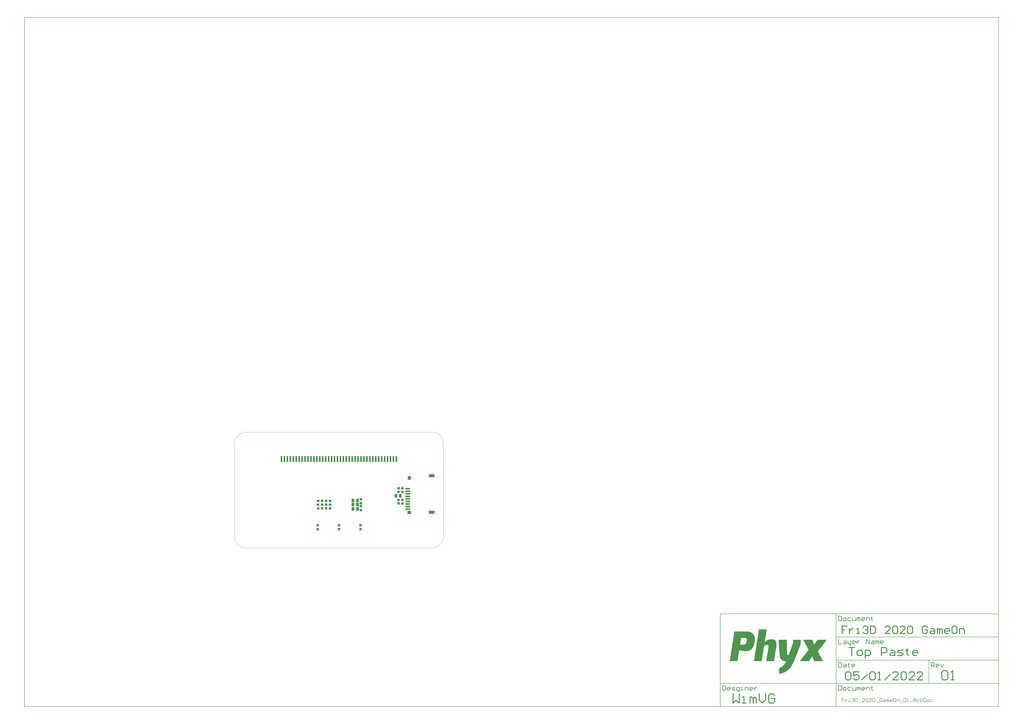
<source format=gtp>
G04*
G04 #@! TF.GenerationSoftware,Altium Limited,Altium Designer,22.0.2 (36)*
G04*
G04 Layer_Color=8421504*
%FSLAX25Y25*%
%MOIN*%
G70*
G04*
G04 #@! TF.SameCoordinates,97D47E50-BCFC-400F-BBD2-71598373C37A*
G04*
G04*
G04 #@! TF.FilePolarity,Positive*
G04*
G01*
G75*
%ADD12C,0.00787*%
%ADD14C,0.01575*%
%ADD15C,0.00394*%
%ADD16C,0.00984*%
%ADD17R,0.04331X0.03937*%
%ADD18R,0.03937X0.04331*%
%ADD19R,0.03150X0.09843*%
%ADD20R,0.07874X0.02756*%
%ADD21R,0.05512X0.06299*%
%ADD22R,0.06299X0.05512*%
%ADD23R,0.09449X0.05512*%
%ADD24R,0.04724X0.05906*%
%ADD25R,0.05118X0.05906*%
G36*
X872201Y-141778D02*
X873919D01*
Y-142065D01*
X874778D01*
Y-142351D01*
X875637D01*
Y-142637D01*
X876496D01*
Y-142924D01*
X877069D01*
Y-143210D01*
X877355D01*
Y-143496D01*
X877928D01*
Y-143783D01*
X878214D01*
Y-144069D01*
X878786D01*
Y-144355D01*
X879073D01*
Y-144641D01*
X879359D01*
Y-144928D01*
X879646D01*
Y-145214D01*
X879932D01*
Y-145501D01*
X880218D01*
Y-145787D01*
X880504D01*
Y-146073D01*
Y-146359D01*
X880791D01*
Y-146646D01*
X881077D01*
Y-146932D01*
Y-147218D01*
X881363D01*
Y-147505D01*
X881650D01*
Y-147791D01*
Y-148077D01*
X881936D01*
Y-148364D01*
Y-148650D01*
Y-148936D01*
X882222D01*
Y-149223D01*
Y-149509D01*
Y-149795D01*
X882509D01*
Y-150082D01*
Y-150368D01*
Y-150654D01*
Y-150940D01*
X882795D01*
Y-151227D01*
Y-151513D01*
Y-151799D01*
Y-152086D01*
Y-152372D01*
X883081D01*
Y-152658D01*
Y-152945D01*
Y-153231D01*
Y-153517D01*
Y-153804D01*
Y-154090D01*
Y-154376D01*
Y-154663D01*
Y-154949D01*
Y-155235D01*
Y-155521D01*
Y-155808D01*
Y-156094D01*
Y-156380D01*
Y-156667D01*
Y-156953D01*
Y-157239D01*
Y-157526D01*
Y-157812D01*
Y-158098D01*
X882795D01*
Y-158385D01*
Y-158671D01*
Y-158957D01*
Y-159244D01*
Y-159530D01*
Y-159816D01*
Y-160102D01*
X882509D01*
Y-160389D01*
Y-160675D01*
Y-160961D01*
Y-161248D01*
Y-161534D01*
X882222D01*
Y-161820D01*
Y-162107D01*
Y-162393D01*
Y-162679D01*
Y-162966D01*
X881936D01*
Y-163252D01*
Y-163538D01*
Y-163824D01*
X881650D01*
Y-164111D01*
Y-164397D01*
Y-164683D01*
Y-164970D01*
X881363D01*
Y-165256D01*
Y-165542D01*
Y-165829D01*
X881077D01*
Y-166115D01*
Y-166401D01*
X880791D01*
Y-166688D01*
Y-166974D01*
Y-167260D01*
X880504D01*
Y-167547D01*
Y-167833D01*
X880218D01*
Y-168119D01*
Y-168405D01*
X879932D01*
Y-168692D01*
Y-168978D01*
X879646D01*
Y-169264D01*
X879359D01*
Y-169551D01*
Y-169837D01*
X879073D01*
Y-170123D01*
X878786D01*
Y-170410D01*
X878500D01*
Y-170696D01*
Y-170982D01*
X878214D01*
Y-171269D01*
X877928D01*
Y-171555D01*
X877641D01*
Y-171841D01*
X877355D01*
Y-172127D01*
X877069D01*
Y-172414D01*
X876496D01*
Y-172700D01*
X876210D01*
Y-172986D01*
X875637D01*
Y-173273D01*
X875351D01*
Y-173559D01*
X874778D01*
Y-173845D01*
X873919D01*
Y-174132D01*
X873060D01*
Y-174418D01*
X872201D01*
Y-174704D01*
X870483D01*
Y-174991D01*
X865330D01*
Y-174704D01*
X862753D01*
Y-174418D01*
X860749D01*
Y-174132D01*
X859317D01*
Y-173845D01*
X857886D01*
Y-173559D01*
X856454D01*
Y-173845D01*
Y-174132D01*
Y-174418D01*
Y-174704D01*
Y-174991D01*
Y-175277D01*
Y-175563D01*
X856168D01*
Y-175850D01*
Y-176136D01*
Y-176422D01*
Y-176709D01*
Y-176995D01*
Y-177281D01*
X855882D01*
Y-177568D01*
Y-177854D01*
Y-178140D01*
Y-178426D01*
Y-178713D01*
Y-178999D01*
X855595D01*
Y-179285D01*
Y-179572D01*
Y-179858D01*
Y-180144D01*
Y-180431D01*
Y-180717D01*
Y-181003D01*
X855309D01*
Y-181290D01*
Y-181576D01*
Y-181862D01*
Y-182149D01*
Y-182435D01*
Y-182721D01*
X855023D01*
Y-183007D01*
Y-183294D01*
Y-183580D01*
Y-183866D01*
Y-184153D01*
Y-184439D01*
X854736D01*
Y-184725D01*
Y-185012D01*
Y-185298D01*
Y-185584D01*
Y-185871D01*
Y-186157D01*
Y-186443D01*
X854450D01*
Y-186730D01*
Y-187016D01*
Y-187302D01*
Y-187588D01*
Y-187875D01*
Y-188161D01*
X854164D01*
Y-188447D01*
Y-188734D01*
Y-189020D01*
Y-189306D01*
Y-189593D01*
Y-189879D01*
X853877D01*
Y-190165D01*
Y-190452D01*
Y-190738D01*
Y-191024D01*
Y-191311D01*
Y-191597D01*
Y-191883D01*
X840421D01*
Y-191597D01*
X840707D01*
Y-191311D01*
Y-191024D01*
Y-190738D01*
Y-190452D01*
Y-190165D01*
X840993D01*
Y-189879D01*
Y-189593D01*
Y-189306D01*
Y-189020D01*
Y-188734D01*
Y-188447D01*
Y-188161D01*
X841280D01*
Y-187875D01*
Y-187588D01*
Y-187302D01*
Y-187016D01*
Y-186730D01*
Y-186443D01*
X841566D01*
Y-186157D01*
Y-185871D01*
Y-185584D01*
Y-185298D01*
Y-185012D01*
Y-184725D01*
X841852D01*
Y-184439D01*
Y-184153D01*
Y-183866D01*
Y-183580D01*
Y-183294D01*
Y-183007D01*
Y-182721D01*
X842138D01*
Y-182435D01*
Y-182149D01*
Y-181862D01*
Y-181576D01*
Y-181290D01*
Y-181003D01*
X842425D01*
Y-180717D01*
Y-180431D01*
Y-180144D01*
Y-179858D01*
Y-179572D01*
Y-179285D01*
X842711D01*
Y-178999D01*
Y-178713D01*
Y-178426D01*
Y-178140D01*
Y-177854D01*
Y-177568D01*
X842997D01*
Y-177281D01*
Y-176995D01*
Y-176709D01*
Y-176422D01*
Y-176136D01*
Y-175850D01*
Y-175563D01*
X843284D01*
Y-175277D01*
Y-174991D01*
Y-174704D01*
Y-174418D01*
Y-174132D01*
Y-173845D01*
X843570D01*
Y-173559D01*
Y-173273D01*
Y-172986D01*
Y-172700D01*
Y-172414D01*
Y-172127D01*
X843856D01*
Y-171841D01*
Y-171555D01*
Y-171269D01*
Y-170982D01*
Y-170696D01*
Y-170410D01*
X844143D01*
Y-170123D01*
Y-169837D01*
Y-169551D01*
Y-169264D01*
Y-168978D01*
Y-168692D01*
Y-168405D01*
X844429D01*
Y-168119D01*
Y-167833D01*
Y-167547D01*
Y-167260D01*
Y-166974D01*
Y-166688D01*
X844715D01*
Y-166401D01*
Y-166115D01*
Y-165829D01*
Y-165542D01*
Y-165256D01*
Y-164970D01*
X845002D01*
Y-164683D01*
Y-164397D01*
Y-164111D01*
Y-163824D01*
Y-163538D01*
Y-163252D01*
Y-162966D01*
X845288D01*
Y-162679D01*
Y-162393D01*
Y-162107D01*
Y-161820D01*
Y-161534D01*
Y-161248D01*
X845574D01*
Y-160961D01*
Y-160675D01*
Y-160389D01*
Y-160102D01*
Y-159816D01*
Y-159530D01*
X845861D01*
Y-159244D01*
Y-158957D01*
Y-158671D01*
Y-158385D01*
Y-158098D01*
Y-157812D01*
X846147D01*
Y-157526D01*
Y-157239D01*
Y-156953D01*
Y-156667D01*
Y-156380D01*
Y-156094D01*
Y-155808D01*
X846433D01*
Y-155521D01*
Y-155235D01*
Y-154949D01*
Y-154663D01*
Y-154376D01*
Y-154090D01*
X846719D01*
Y-153804D01*
Y-153517D01*
Y-153231D01*
Y-152945D01*
Y-152658D01*
Y-152372D01*
X847006D01*
Y-152086D01*
Y-151799D01*
Y-151513D01*
Y-151227D01*
Y-150940D01*
Y-150654D01*
Y-150368D01*
X847292D01*
Y-150082D01*
Y-149795D01*
Y-149509D01*
Y-149223D01*
Y-148936D01*
Y-148650D01*
X847578D01*
Y-148364D01*
Y-148077D01*
Y-147791D01*
Y-147505D01*
Y-147218D01*
Y-146932D01*
X847865D01*
Y-146646D01*
Y-146359D01*
Y-146073D01*
Y-145787D01*
Y-145501D01*
Y-145214D01*
Y-144928D01*
X848151D01*
Y-144641D01*
Y-144355D01*
Y-144069D01*
Y-143783D01*
Y-143496D01*
Y-143210D01*
X848437D01*
Y-142924D01*
Y-142637D01*
Y-142351D01*
Y-142065D01*
Y-141778D01*
Y-141492D01*
X872201D01*
Y-141778D01*
D02*
G37*
G36*
X903409Y-138343D02*
Y-138629D01*
X903123D01*
Y-138915D01*
Y-139202D01*
Y-139488D01*
Y-139774D01*
Y-140060D01*
Y-140347D01*
X902837D01*
Y-140633D01*
Y-140919D01*
Y-141206D01*
Y-141492D01*
Y-141778D01*
Y-142065D01*
X902551D01*
Y-142351D01*
Y-142637D01*
Y-142924D01*
Y-143210D01*
Y-143496D01*
Y-143783D01*
Y-144069D01*
X902264D01*
Y-144355D01*
Y-144641D01*
Y-144928D01*
Y-145214D01*
Y-145501D01*
Y-145787D01*
X901978D01*
Y-146073D01*
Y-146359D01*
Y-146646D01*
Y-146932D01*
Y-147218D01*
Y-147505D01*
X901692D01*
Y-147791D01*
Y-148077D01*
Y-148364D01*
Y-148650D01*
Y-148936D01*
Y-149223D01*
Y-149509D01*
X901405D01*
Y-149795D01*
Y-150082D01*
Y-150368D01*
Y-150654D01*
Y-150940D01*
Y-151227D01*
X901119D01*
Y-151513D01*
Y-151799D01*
Y-152086D01*
Y-152372D01*
Y-152658D01*
Y-152945D01*
X900833D01*
Y-153231D01*
Y-153517D01*
Y-153804D01*
Y-154090D01*
Y-154376D01*
Y-154663D01*
X900546D01*
Y-154949D01*
Y-155235D01*
Y-155521D01*
Y-155808D01*
Y-156094D01*
Y-156380D01*
Y-156667D01*
X900260D01*
Y-156953D01*
Y-157239D01*
Y-157526D01*
Y-157812D01*
Y-158098D01*
Y-158385D01*
X899974D01*
Y-158671D01*
Y-158957D01*
X900546D01*
Y-158671D01*
X900833D01*
Y-158385D01*
X901119D01*
Y-158098D01*
X901692D01*
Y-157812D01*
X901978D01*
Y-157526D01*
X902264D01*
Y-157239D01*
X902837D01*
Y-156953D01*
X903409D01*
Y-156667D01*
X903696D01*
Y-156380D01*
X904268D01*
Y-156094D01*
X905127D01*
Y-155808D01*
X905700D01*
Y-155521D01*
X906559D01*
Y-155235D01*
X907990D01*
Y-154949D01*
X914289D01*
Y-155235D01*
X915435D01*
Y-155521D01*
X916294D01*
Y-155808D01*
X916866D01*
Y-156094D01*
X917153D01*
Y-156380D01*
X917725D01*
Y-156667D01*
X918011D01*
Y-156953D01*
X918298D01*
Y-157239D01*
X918584D01*
Y-157526D01*
X918870D01*
Y-157812D01*
Y-158098D01*
X919157D01*
Y-158385D01*
Y-158671D01*
X919443D01*
Y-158957D01*
Y-159244D01*
Y-159530D01*
X919729D01*
Y-159816D01*
Y-160102D01*
Y-160389D01*
Y-160675D01*
X920016D01*
Y-160961D01*
Y-161248D01*
Y-161534D01*
Y-161820D01*
Y-162107D01*
Y-162393D01*
Y-162679D01*
Y-162966D01*
Y-163252D01*
Y-163538D01*
Y-163824D01*
Y-164111D01*
Y-164397D01*
Y-164683D01*
Y-164970D01*
Y-165256D01*
Y-165542D01*
Y-165829D01*
X919729D01*
Y-166115D01*
Y-166401D01*
Y-166688D01*
Y-166974D01*
Y-167260D01*
Y-167547D01*
Y-167833D01*
X919443D01*
Y-168119D01*
Y-168405D01*
Y-168692D01*
Y-168978D01*
Y-169264D01*
Y-169551D01*
Y-169837D01*
X919157D01*
Y-170123D01*
Y-170410D01*
Y-170696D01*
Y-170982D01*
Y-171269D01*
Y-171555D01*
X918870D01*
Y-171841D01*
Y-172127D01*
Y-172414D01*
Y-172700D01*
Y-172986D01*
Y-173273D01*
X918584D01*
Y-173559D01*
Y-173845D01*
Y-174132D01*
Y-174418D01*
Y-174704D01*
Y-174991D01*
X918298D01*
Y-175277D01*
Y-175563D01*
Y-175850D01*
Y-176136D01*
Y-176422D01*
Y-176709D01*
Y-176995D01*
X918011D01*
Y-177281D01*
Y-177568D01*
Y-177854D01*
Y-178140D01*
Y-178426D01*
Y-178713D01*
X917725D01*
Y-178999D01*
Y-179285D01*
Y-179572D01*
Y-179858D01*
Y-180144D01*
Y-180431D01*
X917439D01*
Y-180717D01*
Y-181003D01*
Y-181290D01*
Y-181576D01*
Y-181862D01*
Y-182149D01*
Y-182435D01*
X917153D01*
Y-182721D01*
Y-183007D01*
Y-183294D01*
Y-183580D01*
Y-183866D01*
Y-184153D01*
X916866D01*
Y-184439D01*
Y-184725D01*
Y-185012D01*
Y-185298D01*
Y-185584D01*
Y-185871D01*
X916580D01*
Y-186157D01*
Y-186443D01*
Y-186730D01*
Y-187016D01*
Y-187302D01*
Y-187588D01*
X916294D01*
Y-187875D01*
Y-188161D01*
Y-188447D01*
Y-188734D01*
Y-189020D01*
Y-189306D01*
Y-189593D01*
X916007D01*
Y-189879D01*
Y-190165D01*
Y-190452D01*
Y-190738D01*
Y-191024D01*
Y-191311D01*
X915721D01*
Y-191597D01*
Y-191883D01*
X902551D01*
Y-191597D01*
Y-191311D01*
X902837D01*
Y-191024D01*
Y-190738D01*
Y-190452D01*
Y-190165D01*
Y-189879D01*
Y-189593D01*
X903123D01*
Y-189306D01*
Y-189020D01*
Y-188734D01*
Y-188447D01*
Y-188161D01*
Y-187875D01*
Y-187588D01*
X903409D01*
Y-187302D01*
Y-187016D01*
Y-186730D01*
Y-186443D01*
Y-186157D01*
Y-185871D01*
X903696D01*
Y-185584D01*
Y-185298D01*
Y-185012D01*
Y-184725D01*
Y-184439D01*
Y-184153D01*
X903982D01*
Y-183866D01*
Y-183580D01*
Y-183294D01*
Y-183007D01*
Y-182721D01*
Y-182435D01*
Y-182149D01*
X904268D01*
Y-181862D01*
Y-181576D01*
Y-181290D01*
Y-181003D01*
Y-180717D01*
Y-180431D01*
X904555D01*
Y-180144D01*
Y-179858D01*
Y-179572D01*
Y-179285D01*
Y-178999D01*
Y-178713D01*
Y-178426D01*
X904841D01*
Y-178140D01*
Y-177854D01*
Y-177568D01*
Y-177281D01*
Y-176995D01*
Y-176709D01*
X905127D01*
Y-176422D01*
Y-176136D01*
Y-175850D01*
Y-175563D01*
Y-175277D01*
Y-174991D01*
X905414D01*
Y-174704D01*
Y-174418D01*
Y-174132D01*
Y-173845D01*
Y-173559D01*
Y-173273D01*
X905700D01*
Y-172986D01*
Y-172700D01*
Y-172414D01*
Y-172127D01*
Y-171841D01*
Y-171555D01*
Y-171269D01*
X905986D01*
Y-170982D01*
Y-170696D01*
Y-170410D01*
Y-170123D01*
Y-169837D01*
Y-169551D01*
X906273D01*
Y-169264D01*
Y-168978D01*
Y-168692D01*
Y-168405D01*
Y-168119D01*
Y-167833D01*
Y-167547D01*
X906559D01*
Y-167260D01*
Y-166974D01*
Y-166688D01*
Y-166401D01*
Y-166115D01*
Y-165829D01*
X906273D01*
Y-165542D01*
Y-165256D01*
X905986D01*
Y-164970D01*
X905700D01*
Y-164683D01*
X905127D01*
Y-164397D01*
X903409D01*
Y-164683D01*
X901978D01*
Y-164970D01*
X901119D01*
Y-165256D01*
X900546D01*
Y-165542D01*
X900260D01*
Y-165829D01*
X899687D01*
Y-166115D01*
X899401D01*
Y-166401D01*
X899115D01*
Y-166688D01*
Y-166974D01*
X898828D01*
Y-167260D01*
Y-167547D01*
Y-167833D01*
X898542D01*
Y-168119D01*
Y-168405D01*
Y-168692D01*
Y-168978D01*
Y-169264D01*
Y-169551D01*
X898256D01*
Y-169837D01*
Y-170123D01*
Y-170410D01*
Y-170696D01*
Y-170982D01*
Y-171269D01*
Y-171555D01*
X897970D01*
Y-171841D01*
Y-172127D01*
Y-172414D01*
Y-172700D01*
Y-172986D01*
Y-173273D01*
X897683D01*
Y-173559D01*
Y-173845D01*
Y-174132D01*
Y-174418D01*
Y-174704D01*
Y-174991D01*
X897397D01*
Y-175277D01*
Y-175563D01*
Y-175850D01*
Y-176136D01*
Y-176422D01*
Y-176709D01*
X897111D01*
Y-176995D01*
Y-177281D01*
Y-177568D01*
Y-177854D01*
Y-178140D01*
Y-178426D01*
Y-178713D01*
X896824D01*
Y-178999D01*
Y-179285D01*
Y-179572D01*
Y-179858D01*
Y-180144D01*
Y-180431D01*
X896538D01*
Y-180717D01*
Y-181003D01*
Y-181290D01*
Y-181576D01*
Y-181862D01*
Y-182149D01*
X896252D01*
Y-182435D01*
Y-182721D01*
Y-183007D01*
Y-183294D01*
Y-183580D01*
Y-183866D01*
Y-184153D01*
X895965D01*
Y-184439D01*
Y-184725D01*
Y-185012D01*
Y-185298D01*
Y-185584D01*
Y-185871D01*
X895679D01*
Y-186157D01*
Y-186443D01*
Y-186730D01*
Y-187016D01*
Y-187302D01*
Y-187588D01*
X895393D01*
Y-187875D01*
Y-188161D01*
Y-188447D01*
Y-188734D01*
Y-189020D01*
Y-189306D01*
X895106D01*
Y-189593D01*
Y-189879D01*
Y-190165D01*
Y-190452D01*
Y-190738D01*
Y-191024D01*
Y-191311D01*
X894820D01*
Y-191597D01*
Y-191883D01*
X881650D01*
Y-191597D01*
Y-191311D01*
X881936D01*
Y-191024D01*
Y-190738D01*
Y-190452D01*
Y-190165D01*
Y-189879D01*
Y-189593D01*
Y-189306D01*
X882222D01*
Y-189020D01*
Y-188734D01*
Y-188447D01*
Y-188161D01*
Y-187875D01*
Y-187588D01*
X882509D01*
Y-187302D01*
Y-187016D01*
Y-186730D01*
Y-186443D01*
Y-186157D01*
Y-185871D01*
X882795D01*
Y-185584D01*
Y-185298D01*
Y-185012D01*
Y-184725D01*
Y-184439D01*
Y-184153D01*
Y-183866D01*
X883081D01*
Y-183580D01*
Y-183294D01*
Y-183007D01*
Y-182721D01*
Y-182435D01*
Y-182149D01*
X883368D01*
Y-181862D01*
Y-181576D01*
Y-181290D01*
Y-181003D01*
Y-180717D01*
Y-180431D01*
X883654D01*
Y-180144D01*
Y-179858D01*
Y-179572D01*
Y-179285D01*
Y-178999D01*
Y-178713D01*
X883940D01*
Y-178426D01*
Y-178140D01*
Y-177854D01*
Y-177568D01*
Y-177281D01*
Y-176995D01*
Y-176709D01*
X884227D01*
Y-176422D01*
Y-176136D01*
Y-175850D01*
Y-175563D01*
Y-175277D01*
Y-174991D01*
X884513D01*
Y-174704D01*
Y-174418D01*
Y-174132D01*
Y-173845D01*
Y-173559D01*
Y-173273D01*
X884799D01*
Y-172986D01*
Y-172700D01*
Y-172414D01*
Y-172127D01*
Y-171841D01*
Y-171555D01*
Y-171269D01*
X885085D01*
Y-170982D01*
Y-170696D01*
Y-170410D01*
Y-170123D01*
Y-169837D01*
Y-169551D01*
X885372D01*
Y-169264D01*
Y-168978D01*
Y-168692D01*
Y-168405D01*
Y-168119D01*
Y-167833D01*
X885658D01*
Y-167547D01*
Y-167260D01*
Y-166974D01*
Y-166688D01*
Y-166401D01*
Y-166115D01*
X885944D01*
Y-165829D01*
Y-165542D01*
Y-165256D01*
Y-164970D01*
Y-164683D01*
Y-164397D01*
Y-164111D01*
X886231D01*
Y-163824D01*
Y-163538D01*
Y-163252D01*
Y-162966D01*
Y-162679D01*
Y-162393D01*
X886517D01*
Y-162107D01*
Y-161820D01*
Y-161534D01*
Y-161248D01*
Y-160961D01*
Y-160675D01*
X886803D01*
Y-160389D01*
Y-160102D01*
Y-159816D01*
Y-159530D01*
Y-159244D01*
Y-158957D01*
X887090D01*
Y-158671D01*
Y-158385D01*
Y-158098D01*
Y-157812D01*
Y-157526D01*
Y-157239D01*
Y-156953D01*
X887376D01*
Y-156667D01*
Y-156380D01*
Y-156094D01*
Y-155808D01*
Y-155521D01*
Y-155235D01*
X887662D01*
Y-154949D01*
Y-154663D01*
Y-154376D01*
Y-154090D01*
Y-153804D01*
Y-153517D01*
X887949D01*
Y-153231D01*
Y-152945D01*
Y-152658D01*
Y-152372D01*
Y-152086D01*
Y-151799D01*
Y-151513D01*
X888235D01*
Y-151227D01*
Y-150940D01*
Y-150654D01*
Y-150368D01*
Y-150082D01*
Y-149795D01*
X888521D01*
Y-149509D01*
Y-149223D01*
Y-148936D01*
Y-148650D01*
Y-148364D01*
Y-148077D01*
X888807D01*
Y-147791D01*
Y-147505D01*
Y-147218D01*
Y-146932D01*
Y-146646D01*
Y-146359D01*
X889094D01*
Y-146073D01*
Y-145787D01*
Y-145501D01*
Y-145214D01*
Y-144928D01*
Y-144641D01*
Y-144355D01*
X889380D01*
Y-144069D01*
Y-143783D01*
Y-143496D01*
Y-143210D01*
Y-142924D01*
Y-142637D01*
X889666D01*
Y-142351D01*
Y-142065D01*
Y-141778D01*
Y-141492D01*
Y-141206D01*
Y-140919D01*
X889953D01*
Y-140633D01*
Y-140347D01*
Y-140060D01*
Y-139774D01*
Y-139488D01*
Y-139202D01*
Y-138915D01*
X890239D01*
Y-138629D01*
Y-138343D01*
Y-138056D01*
X903409D01*
Y-138343D01*
D02*
G37*
G36*
X1005337Y-155808D02*
X1005050D01*
Y-156094D01*
X1004764D01*
Y-156380D01*
Y-156667D01*
X1004478D01*
Y-156953D01*
X1004192D01*
Y-157239D01*
X1003905D01*
Y-157526D01*
Y-157812D01*
X1003619D01*
Y-158098D01*
X1003333D01*
Y-158385D01*
X1003046D01*
Y-158671D01*
X1002760D01*
Y-158957D01*
Y-159244D01*
X1002474D01*
Y-159530D01*
X1002187D01*
Y-159816D01*
X1001901D01*
Y-160102D01*
Y-160389D01*
X1001615D01*
Y-160675D01*
X1001328D01*
Y-160961D01*
X1001042D01*
Y-161248D01*
X1000756D01*
Y-161534D01*
Y-161820D01*
X1000469D01*
Y-162107D01*
X1000183D01*
Y-162393D01*
X999897D01*
Y-162679D01*
Y-162966D01*
X999611D01*
Y-163252D01*
X999324D01*
Y-163538D01*
X999038D01*
Y-163824D01*
Y-164111D01*
X998752D01*
Y-164397D01*
X998465D01*
Y-164683D01*
X998179D01*
Y-164970D01*
X997893D01*
Y-165256D01*
Y-165542D01*
X997606D01*
Y-165829D01*
X997320D01*
Y-166115D01*
X997034D01*
Y-166401D01*
Y-166688D01*
X996747D01*
Y-166974D01*
X996461D01*
Y-167260D01*
X996175D01*
Y-167547D01*
Y-167833D01*
X995889D01*
Y-168119D01*
X995602D01*
Y-168405D01*
X995316D01*
Y-168692D01*
X995030D01*
Y-168978D01*
Y-169264D01*
X994743D01*
Y-169551D01*
X994457D01*
Y-169837D01*
X994171D01*
Y-170123D01*
Y-170410D01*
X993884D01*
Y-170696D01*
X993598D01*
Y-170982D01*
X993312D01*
Y-171269D01*
Y-171555D01*
X993025D01*
Y-171841D01*
X992739D01*
Y-172127D01*
X992453D01*
Y-172414D01*
X992166D01*
Y-172700D01*
Y-172986D01*
X991880D01*
Y-173273D01*
X991594D01*
Y-173559D01*
X991308D01*
Y-173845D01*
Y-174132D01*
X991021D01*
Y-174418D01*
X990735D01*
Y-174704D01*
X990449D01*
Y-174991D01*
X990162D01*
Y-175277D01*
Y-175563D01*
X990449D01*
Y-175850D01*
Y-176136D01*
X990735D01*
Y-176422D01*
Y-176709D01*
X991021D01*
Y-176995D01*
X991308D01*
Y-177281D01*
Y-177568D01*
X991594D01*
Y-177854D01*
Y-178140D01*
X991880D01*
Y-178426D01*
Y-178713D01*
X992166D01*
Y-178999D01*
Y-179285D01*
X992453D01*
Y-179572D01*
Y-179858D01*
X992739D01*
Y-180144D01*
Y-180431D01*
X993025D01*
Y-180717D01*
Y-181003D01*
X993312D01*
Y-181290D01*
Y-181576D01*
X993598D01*
Y-181862D01*
X993884D01*
Y-182149D01*
Y-182435D01*
X994171D01*
Y-182721D01*
Y-183007D01*
X994457D01*
Y-183294D01*
Y-183580D01*
X994743D01*
Y-183866D01*
Y-184153D01*
X995030D01*
Y-184439D01*
Y-184725D01*
X995316D01*
Y-185012D01*
Y-185298D01*
X995602D01*
Y-185584D01*
Y-185871D01*
X995889D01*
Y-186157D01*
X996175D01*
Y-186443D01*
Y-186730D01*
X996461D01*
Y-187016D01*
Y-187302D01*
X996747D01*
Y-187588D01*
Y-187875D01*
X997034D01*
Y-188161D01*
Y-188447D01*
X997320D01*
Y-188734D01*
Y-189020D01*
X997606D01*
Y-189306D01*
Y-189593D01*
X997893D01*
Y-189879D01*
Y-190165D01*
X998179D01*
Y-190452D01*
X998465D01*
Y-190738D01*
Y-191024D01*
X998752D01*
Y-191311D01*
Y-191597D01*
X999038D01*
Y-191883D01*
X983863D01*
Y-191597D01*
X983577D01*
Y-191311D01*
Y-191024D01*
Y-190738D01*
X983291D01*
Y-190452D01*
Y-190165D01*
Y-189879D01*
X983004D01*
Y-189593D01*
Y-189306D01*
X982718D01*
Y-189020D01*
Y-188734D01*
Y-188447D01*
X982432D01*
Y-188161D01*
Y-187875D01*
Y-187588D01*
X982146D01*
Y-187302D01*
Y-187016D01*
X981859D01*
Y-186730D01*
Y-186443D01*
Y-186157D01*
X981573D01*
Y-185871D01*
Y-185584D01*
Y-185298D01*
X981287D01*
Y-185012D01*
Y-184725D01*
Y-184439D01*
X981000D01*
Y-184153D01*
X980428D01*
Y-184439D01*
Y-184725D01*
X980141D01*
Y-185012D01*
X979855D01*
Y-185298D01*
Y-185584D01*
X979569D01*
Y-185871D01*
X979282D01*
Y-186157D01*
Y-186443D01*
X978996D01*
Y-186730D01*
X978710D01*
Y-187016D01*
Y-187302D01*
X978423D01*
Y-187588D01*
X978137D01*
Y-187875D01*
X977851D01*
Y-188161D01*
Y-188447D01*
X977565D01*
Y-188734D01*
X977278D01*
Y-189020D01*
Y-189306D01*
X976992D01*
Y-189593D01*
X976705D01*
Y-189879D01*
Y-190165D01*
X976419D01*
Y-190452D01*
X976133D01*
Y-190738D01*
Y-191024D01*
X975847D01*
Y-191311D01*
X975560D01*
Y-191597D01*
Y-191883D01*
X959527D01*
Y-191597D01*
X959813D01*
Y-191311D01*
X960099D01*
Y-191024D01*
X960386D01*
Y-190738D01*
X960672D01*
Y-190452D01*
Y-190165D01*
X960958D01*
Y-189879D01*
X961245D01*
Y-189593D01*
X961531D01*
Y-189306D01*
X961817D01*
Y-189020D01*
Y-188734D01*
X962104D01*
Y-188447D01*
X962390D01*
Y-188161D01*
X962676D01*
Y-187875D01*
Y-187588D01*
X962963D01*
Y-187302D01*
X963249D01*
Y-187016D01*
X963535D01*
Y-186730D01*
X963822D01*
Y-186443D01*
Y-186157D01*
X964108D01*
Y-185871D01*
X964394D01*
Y-185584D01*
X964680D01*
Y-185298D01*
X964967D01*
Y-185012D01*
Y-184725D01*
X965253D01*
Y-184439D01*
X965539D01*
Y-184153D01*
X965826D01*
Y-183866D01*
Y-183580D01*
X966112D01*
Y-183294D01*
X966398D01*
Y-183007D01*
X966685D01*
Y-182721D01*
X966971D01*
Y-182435D01*
Y-182149D01*
X967257D01*
Y-181862D01*
X967544D01*
Y-181576D01*
X967830D01*
Y-181290D01*
Y-181003D01*
X968116D01*
Y-180717D01*
X968402D01*
Y-180431D01*
X968689D01*
Y-180144D01*
X968975D01*
Y-179858D01*
Y-179572D01*
X969261D01*
Y-179285D01*
X969548D01*
Y-178999D01*
X969834D01*
Y-178713D01*
Y-178426D01*
X970120D01*
Y-178140D01*
X970407D01*
Y-177854D01*
X970693D01*
Y-177568D01*
X970979D01*
Y-177281D01*
Y-176995D01*
X971266D01*
Y-176709D01*
X971552D01*
Y-176422D01*
X971838D01*
Y-176136D01*
X972124D01*
Y-175850D01*
Y-175563D01*
X972411D01*
Y-175277D01*
X972697D01*
Y-174991D01*
X972983D01*
Y-174704D01*
Y-174418D01*
X973270D01*
Y-174132D01*
X973556D01*
Y-173845D01*
X973842D01*
Y-173559D01*
X974129D01*
Y-173273D01*
Y-172986D01*
X974415D01*
Y-172700D01*
Y-172414D01*
Y-172127D01*
X974129D01*
Y-171841D01*
X973842D01*
Y-171555D01*
Y-171269D01*
X973556D01*
Y-170982D01*
Y-170696D01*
X973270D01*
Y-170410D01*
Y-170123D01*
X972983D01*
Y-169837D01*
Y-169551D01*
X972697D01*
Y-169264D01*
Y-168978D01*
X972411D01*
Y-168692D01*
Y-168405D01*
X972124D01*
Y-168119D01*
X971838D01*
Y-167833D01*
Y-167547D01*
X971552D01*
Y-167260D01*
Y-166974D01*
X971266D01*
Y-166688D01*
Y-166401D01*
X970979D01*
Y-166115D01*
Y-165829D01*
X970693D01*
Y-165542D01*
Y-165256D01*
X970407D01*
Y-164970D01*
Y-164683D01*
X970120D01*
Y-164397D01*
X969834D01*
Y-164111D01*
Y-163824D01*
X969548D01*
Y-163538D01*
Y-163252D01*
X969261D01*
Y-162966D01*
Y-162679D01*
X968975D01*
Y-162393D01*
Y-162107D01*
X968689D01*
Y-161820D01*
Y-161534D01*
X968402D01*
Y-161248D01*
Y-160961D01*
X968116D01*
Y-160675D01*
Y-160389D01*
X967830D01*
Y-160102D01*
X967544D01*
Y-159816D01*
Y-159530D01*
X967257D01*
Y-159244D01*
Y-158957D01*
X966971D01*
Y-158671D01*
Y-158385D01*
X966685D01*
Y-158098D01*
Y-157812D01*
X966398D01*
Y-157526D01*
Y-157239D01*
X966112D01*
Y-156953D01*
Y-156667D01*
X965826D01*
Y-156380D01*
X965539D01*
Y-156094D01*
Y-155808D01*
X965253D01*
Y-155521D01*
X981000D01*
Y-155808D01*
X981287D01*
Y-156094D01*
Y-156380D01*
Y-156667D01*
X981573D01*
Y-156953D01*
Y-157239D01*
Y-157526D01*
X981859D01*
Y-157812D01*
Y-158098D01*
Y-158385D01*
X982146D01*
Y-158671D01*
Y-158957D01*
Y-159244D01*
X982432D01*
Y-159530D01*
Y-159816D01*
Y-160102D01*
X982718D01*
Y-160389D01*
Y-160675D01*
Y-160961D01*
X983004D01*
Y-161248D01*
Y-161534D01*
Y-161820D01*
X983291D01*
Y-162107D01*
Y-162393D01*
Y-162679D01*
X983577D01*
Y-162966D01*
Y-163252D01*
Y-163538D01*
Y-163824D01*
X984150D01*
Y-163538D01*
X984436D01*
Y-163252D01*
X984722D01*
Y-162966D01*
Y-162679D01*
X985009D01*
Y-162393D01*
X985295D01*
Y-162107D01*
Y-161820D01*
X985581D01*
Y-161534D01*
X985868D01*
Y-161248D01*
Y-160961D01*
X986154D01*
Y-160675D01*
X986440D01*
Y-160389D01*
Y-160102D01*
X986726D01*
Y-159816D01*
X987013D01*
Y-159530D01*
Y-159244D01*
X987299D01*
Y-158957D01*
X987585D01*
Y-158671D01*
Y-158385D01*
X987872D01*
Y-158098D01*
X988158D01*
Y-157812D01*
Y-157526D01*
X988444D01*
Y-157239D01*
X988731D01*
Y-156953D01*
Y-156667D01*
X989017D01*
Y-156380D01*
X989303D01*
Y-156094D01*
Y-155808D01*
X989590D01*
Y-155521D01*
X1005337D01*
Y-155808D01*
D02*
G37*
G36*
X961245D02*
Y-156094D01*
Y-156380D01*
Y-156667D01*
Y-156953D01*
Y-157239D01*
Y-157526D01*
Y-157812D01*
Y-158098D01*
Y-158385D01*
Y-158671D01*
Y-158957D01*
Y-159244D01*
Y-159530D01*
Y-159816D01*
Y-160102D01*
Y-160389D01*
Y-160675D01*
Y-160961D01*
Y-161248D01*
Y-161534D01*
X960958D01*
Y-161820D01*
Y-162107D01*
Y-162393D01*
Y-162679D01*
Y-162966D01*
X960672D01*
Y-163252D01*
Y-163538D01*
Y-163824D01*
Y-164111D01*
X960386D01*
Y-164397D01*
Y-164683D01*
Y-164970D01*
Y-165256D01*
X960099D01*
Y-165542D01*
Y-165829D01*
Y-166115D01*
X959813D01*
Y-166401D01*
Y-166688D01*
Y-166974D01*
X959527D01*
Y-167260D01*
Y-167547D01*
Y-167833D01*
X959241D01*
Y-168119D01*
Y-168405D01*
Y-168692D01*
X958954D01*
Y-168978D01*
Y-169264D01*
X958668D01*
Y-169551D01*
Y-169837D01*
X958381D01*
Y-170123D01*
Y-170410D01*
Y-170696D01*
X958095D01*
Y-170982D01*
Y-171269D01*
X957809D01*
Y-171555D01*
Y-171841D01*
Y-172127D01*
X957523D01*
Y-172414D01*
Y-172700D01*
X957236D01*
Y-172986D01*
Y-173273D01*
Y-173559D01*
X956950D01*
Y-173845D01*
Y-174132D01*
X956664D01*
Y-174418D01*
Y-174704D01*
Y-174991D01*
X956377D01*
Y-175277D01*
Y-175563D01*
X956091D01*
Y-175850D01*
Y-176136D01*
Y-176422D01*
X955805D01*
Y-176709D01*
Y-176995D01*
X955518D01*
Y-177281D01*
Y-177568D01*
Y-177854D01*
X955232D01*
Y-178140D01*
Y-178426D01*
X954946D01*
Y-178713D01*
Y-178999D01*
Y-179285D01*
X954659D01*
Y-179572D01*
Y-179858D01*
X954373D01*
Y-180144D01*
Y-180431D01*
Y-180717D01*
X954087D01*
Y-181003D01*
Y-181290D01*
X953800D01*
Y-181576D01*
Y-181862D01*
Y-182149D01*
X953514D01*
Y-182435D01*
Y-182721D01*
X953228D01*
Y-183007D01*
Y-183294D01*
Y-183580D01*
X952942D01*
Y-183866D01*
Y-184153D01*
X952655D01*
Y-184439D01*
Y-184725D01*
Y-185012D01*
X952369D01*
Y-185298D01*
Y-185584D01*
X952083D01*
Y-185871D01*
Y-186157D01*
Y-186443D01*
X951796D01*
Y-186730D01*
Y-187016D01*
X951510D01*
Y-187302D01*
Y-187588D01*
Y-187875D01*
X951224D01*
Y-188161D01*
Y-188447D01*
X950937D01*
Y-188734D01*
Y-189020D01*
Y-189306D01*
X950651D01*
Y-189593D01*
Y-189879D01*
X950365D01*
Y-190165D01*
Y-190452D01*
Y-190738D01*
X950078D01*
Y-191024D01*
Y-191311D01*
X949792D01*
Y-191597D01*
Y-191883D01*
Y-192169D01*
X949506D01*
Y-192456D01*
Y-192742D01*
X949220D01*
Y-193028D01*
Y-193315D01*
X948933D01*
Y-193601D01*
Y-193887D01*
X948647D01*
Y-194174D01*
Y-194460D01*
Y-194746D01*
X948361D01*
Y-195033D01*
X948074D01*
Y-195319D01*
Y-195605D01*
Y-195891D01*
X947788D01*
Y-196178D01*
X947502D01*
Y-196464D01*
Y-196750D01*
X947215D01*
Y-197037D01*
Y-197323D01*
X946929D01*
Y-197609D01*
Y-197896D01*
X946643D01*
Y-198182D01*
Y-198468D01*
X946356D01*
Y-198755D01*
X946070D01*
Y-199041D01*
Y-199327D01*
X945784D01*
Y-199614D01*
Y-199900D01*
X945497D01*
Y-200186D01*
X945211D01*
Y-200472D01*
X944925D01*
Y-200759D01*
Y-201045D01*
X944639D01*
Y-201331D01*
X944352D01*
Y-201618D01*
Y-201904D01*
X944066D01*
Y-202190D01*
X943780D01*
Y-202477D01*
X943493D01*
Y-202763D01*
Y-203049D01*
X943207D01*
Y-203336D01*
X942921D01*
Y-203622D01*
X942634D01*
Y-203908D01*
X942348D01*
Y-204195D01*
X942062D01*
Y-204481D01*
Y-204767D01*
X941775D01*
Y-205053D01*
X941489D01*
Y-205340D01*
X941203D01*
Y-205626D01*
X940916D01*
Y-205912D01*
X940630D01*
Y-206199D01*
X940344D01*
Y-206485D01*
X940057D01*
Y-206771D01*
X939485D01*
Y-207058D01*
X939199D01*
Y-207344D01*
X938912D01*
Y-207630D01*
X938626D01*
Y-207917D01*
X938340D01*
Y-208203D01*
X937767D01*
Y-208489D01*
X937481D01*
Y-208776D01*
X936908D01*
Y-209062D01*
X936622D01*
Y-209348D01*
X936049D01*
Y-209634D01*
X935763D01*
Y-209921D01*
X935190D01*
Y-210207D01*
X934618D01*
Y-210493D01*
X934045D01*
Y-210780D01*
X933472D01*
Y-211066D01*
X932900D01*
Y-211352D01*
X932041D01*
Y-211639D01*
X931468D01*
Y-211925D01*
X930609D01*
Y-212211D01*
X929464D01*
Y-212498D01*
X928319D01*
Y-212784D01*
X926601D01*
Y-213070D01*
X924597D01*
Y-213357D01*
X924310D01*
Y-213070D01*
Y-212784D01*
Y-212498D01*
Y-212211D01*
Y-211925D01*
Y-211639D01*
Y-211352D01*
Y-211066D01*
Y-210780D01*
Y-210493D01*
Y-210207D01*
Y-209921D01*
Y-209634D01*
Y-209348D01*
Y-209062D01*
Y-208776D01*
Y-208489D01*
Y-208203D01*
Y-207917D01*
Y-207630D01*
Y-207344D01*
Y-207058D01*
Y-206771D01*
Y-206485D01*
Y-206199D01*
Y-205912D01*
Y-205626D01*
Y-205340D01*
Y-205053D01*
Y-204767D01*
Y-204481D01*
Y-204195D01*
Y-203908D01*
X924883D01*
Y-203622D01*
X925455D01*
Y-203336D01*
X926028D01*
Y-203049D01*
X926601D01*
Y-202763D01*
X927173D01*
Y-202477D01*
X927746D01*
Y-202190D01*
X928032D01*
Y-201904D01*
X928605D01*
Y-201618D01*
X928891D01*
Y-201331D01*
X929464D01*
Y-201045D01*
X929750D01*
Y-200759D01*
X930037D01*
Y-200472D01*
X930609D01*
Y-200186D01*
X930896D01*
Y-199900D01*
X931182D01*
Y-199614D01*
X931468D01*
Y-199327D01*
X931754D01*
Y-199041D01*
X932041D01*
Y-198755D01*
X932327D01*
Y-198468D01*
X932613D01*
Y-198182D01*
X932900D01*
Y-197896D01*
X933186D01*
Y-197609D01*
X933472D01*
Y-197323D01*
X933759D01*
Y-197037D01*
Y-196750D01*
X934045D01*
Y-196464D01*
X934331D01*
Y-196178D01*
X934618D01*
Y-195891D01*
Y-195605D01*
X934904D01*
Y-195319D01*
X935190D01*
Y-195033D01*
Y-194746D01*
X935476D01*
Y-194460D01*
Y-194174D01*
X935763D01*
Y-193887D01*
X936049D01*
Y-193601D01*
Y-193315D01*
X936335D01*
Y-193028D01*
Y-192742D01*
X936622D01*
Y-192456D01*
Y-192169D01*
X934904D01*
Y-191883D01*
X932900D01*
Y-191597D01*
X931754D01*
Y-191311D01*
X931182D01*
Y-191024D01*
X930323D01*
Y-190738D01*
X929750D01*
Y-190452D01*
X929464D01*
Y-190165D01*
X928891D01*
Y-189879D01*
X928605D01*
Y-189593D01*
X928319D01*
Y-189306D01*
X928032D01*
Y-189020D01*
X927746D01*
Y-188734D01*
X927460D01*
Y-188447D01*
Y-188161D01*
X927173D01*
Y-187875D01*
X926887D01*
Y-187588D01*
Y-187302D01*
X926601D01*
Y-187016D01*
Y-186730D01*
X926315D01*
Y-186443D01*
Y-186157D01*
X926028D01*
Y-185871D01*
Y-185584D01*
Y-185298D01*
X925742D01*
Y-185012D01*
Y-184725D01*
Y-184439D01*
Y-184153D01*
X925455D01*
Y-183866D01*
Y-183580D01*
Y-183294D01*
Y-183007D01*
Y-182721D01*
Y-182435D01*
Y-182149D01*
X925169D01*
Y-181862D01*
Y-181576D01*
Y-181290D01*
Y-181003D01*
Y-180717D01*
Y-180431D01*
Y-180144D01*
Y-179858D01*
Y-179572D01*
Y-179285D01*
Y-178999D01*
Y-178713D01*
Y-178426D01*
Y-178140D01*
Y-177854D01*
X924883D01*
Y-177568D01*
Y-177281D01*
Y-176995D01*
Y-176709D01*
Y-176422D01*
Y-176136D01*
Y-175850D01*
Y-175563D01*
Y-175277D01*
Y-174991D01*
Y-174704D01*
Y-174418D01*
Y-174132D01*
Y-173845D01*
Y-173559D01*
X924597D01*
Y-173273D01*
Y-172986D01*
Y-172700D01*
Y-172414D01*
Y-172127D01*
Y-171841D01*
Y-171555D01*
Y-171269D01*
Y-170982D01*
Y-170696D01*
Y-170410D01*
Y-170123D01*
Y-169837D01*
Y-169551D01*
Y-169264D01*
Y-168978D01*
X924310D01*
Y-168692D01*
Y-168405D01*
Y-168119D01*
Y-167833D01*
Y-167547D01*
Y-167260D01*
Y-166974D01*
Y-166688D01*
Y-166401D01*
Y-166115D01*
Y-165829D01*
Y-165542D01*
Y-165256D01*
Y-164970D01*
Y-164683D01*
Y-164397D01*
X924024D01*
Y-164111D01*
Y-163824D01*
Y-163538D01*
Y-163252D01*
Y-162966D01*
Y-162679D01*
Y-162393D01*
Y-162107D01*
Y-161820D01*
Y-161534D01*
Y-161248D01*
Y-160961D01*
Y-160675D01*
Y-160389D01*
X923738D01*
Y-160102D01*
Y-159816D01*
Y-159530D01*
Y-159244D01*
Y-158957D01*
Y-158671D01*
Y-158385D01*
Y-158098D01*
Y-157812D01*
Y-157526D01*
Y-157239D01*
Y-156953D01*
Y-156667D01*
Y-156380D01*
Y-156094D01*
Y-155808D01*
X923451D01*
Y-155521D01*
X937194D01*
Y-155808D01*
Y-156094D01*
Y-156380D01*
Y-156667D01*
Y-156953D01*
Y-157239D01*
Y-157526D01*
Y-157812D01*
Y-158098D01*
Y-158385D01*
Y-158671D01*
Y-158957D01*
Y-159244D01*
Y-159530D01*
X937481D01*
Y-159816D01*
Y-160102D01*
Y-160389D01*
Y-160675D01*
Y-160961D01*
Y-161248D01*
Y-161534D01*
Y-161820D01*
Y-162107D01*
Y-162393D01*
Y-162679D01*
Y-162966D01*
Y-163252D01*
Y-163538D01*
Y-163824D01*
Y-164111D01*
Y-164397D01*
Y-164683D01*
Y-164970D01*
Y-165256D01*
Y-165542D01*
Y-165829D01*
Y-166115D01*
Y-166401D01*
Y-166688D01*
Y-166974D01*
Y-167260D01*
Y-167547D01*
Y-167833D01*
Y-168119D01*
Y-168405D01*
Y-168692D01*
Y-168978D01*
Y-169264D01*
Y-169551D01*
Y-169837D01*
Y-170123D01*
Y-170410D01*
Y-170696D01*
Y-170982D01*
Y-171269D01*
X937767D01*
Y-171555D01*
X937481D01*
Y-171841D01*
Y-172127D01*
X937767D01*
Y-172414D01*
Y-172700D01*
Y-172986D01*
Y-173273D01*
Y-173559D01*
Y-173845D01*
Y-174132D01*
Y-174418D01*
Y-174704D01*
Y-174991D01*
Y-175277D01*
Y-175563D01*
Y-175850D01*
Y-176136D01*
Y-176422D01*
Y-176709D01*
Y-176995D01*
Y-177281D01*
Y-177568D01*
Y-177854D01*
Y-178140D01*
Y-178426D01*
Y-178713D01*
Y-178999D01*
Y-179285D01*
Y-179572D01*
X938053D01*
Y-179858D01*
Y-180144D01*
Y-180431D01*
X938340D01*
Y-180717D01*
X938626D01*
Y-181003D01*
X938912D01*
Y-181290D01*
X939771D01*
Y-181576D01*
X940630D01*
Y-181290D01*
X940916D01*
Y-181003D01*
Y-180717D01*
Y-180431D01*
X941203D01*
Y-180144D01*
Y-179858D01*
X941489D01*
Y-179572D01*
Y-179285D01*
Y-178999D01*
X941775D01*
Y-178713D01*
Y-178426D01*
Y-178140D01*
X942062D01*
Y-177854D01*
Y-177568D01*
Y-177281D01*
X942348D01*
Y-176995D01*
Y-176709D01*
Y-176422D01*
X942634D01*
Y-176136D01*
Y-175850D01*
X942921D01*
Y-175563D01*
Y-175277D01*
Y-174991D01*
X943207D01*
Y-174704D01*
Y-174418D01*
Y-174132D01*
X943493D01*
Y-173845D01*
Y-173559D01*
Y-173273D01*
X943780D01*
Y-172986D01*
Y-172700D01*
X944066D01*
Y-172414D01*
Y-172127D01*
Y-171841D01*
X944352D01*
Y-171555D01*
Y-171269D01*
Y-170982D01*
X944639D01*
Y-170696D01*
Y-170410D01*
Y-170123D01*
X944925D01*
Y-169837D01*
Y-169551D01*
X945211D01*
Y-169264D01*
Y-168978D01*
Y-168692D01*
X945497D01*
Y-168405D01*
Y-168119D01*
Y-167833D01*
X945784D01*
Y-167547D01*
Y-167260D01*
Y-166974D01*
X946070D01*
Y-166688D01*
Y-166401D01*
X946356D01*
Y-166115D01*
Y-165829D01*
Y-165542D01*
X946643D01*
Y-165256D01*
Y-164970D01*
Y-164683D01*
X946929D01*
Y-164397D01*
Y-164111D01*
Y-163824D01*
X947215D01*
Y-163538D01*
Y-163252D01*
Y-162966D01*
Y-162679D01*
X947502D01*
Y-162393D01*
Y-162107D01*
Y-161820D01*
Y-161534D01*
X947788D01*
Y-161248D01*
Y-160961D01*
Y-160675D01*
Y-160389D01*
Y-160102D01*
X948074D01*
Y-159816D01*
Y-159530D01*
Y-159244D01*
Y-158957D01*
Y-158671D01*
Y-158385D01*
X948361D01*
Y-158098D01*
Y-157812D01*
Y-157526D01*
Y-157239D01*
Y-156953D01*
Y-156667D01*
Y-156380D01*
Y-156094D01*
Y-155808D01*
Y-155521D01*
X961245D01*
Y-155808D01*
D02*
G37*
%LPC*%
G36*
X867907Y-152658D02*
X859890D01*
Y-152945D01*
Y-153231D01*
Y-153517D01*
Y-153804D01*
Y-154090D01*
X859604D01*
Y-154376D01*
Y-154663D01*
Y-154949D01*
Y-155235D01*
Y-155521D01*
Y-155808D01*
X859317D01*
Y-156094D01*
Y-156380D01*
Y-156667D01*
Y-156953D01*
Y-157239D01*
Y-157526D01*
X859031D01*
Y-157812D01*
Y-158098D01*
Y-158385D01*
Y-158671D01*
Y-158957D01*
Y-159244D01*
X858745D01*
Y-159530D01*
Y-159816D01*
Y-160102D01*
Y-160389D01*
Y-160675D01*
Y-160961D01*
Y-161248D01*
X858458D01*
Y-161534D01*
Y-161820D01*
Y-162107D01*
Y-162393D01*
Y-162679D01*
Y-162966D01*
X858172D01*
Y-163252D01*
Y-163538D01*
Y-163824D01*
X865330D01*
Y-163538D01*
X866475D01*
Y-163252D01*
X867048D01*
Y-162966D01*
X867334D01*
Y-162679D01*
X867620D01*
Y-162393D01*
X867907D01*
Y-162107D01*
X868193D01*
Y-161820D01*
Y-161534D01*
X868479D01*
Y-161248D01*
Y-160961D01*
X868766D01*
Y-160675D01*
Y-160389D01*
X869052D01*
Y-160102D01*
Y-159816D01*
Y-159530D01*
Y-159244D01*
X869338D01*
Y-158957D01*
Y-158671D01*
Y-158385D01*
Y-158098D01*
Y-157812D01*
X869625D01*
Y-157526D01*
Y-157239D01*
Y-156953D01*
Y-156667D01*
Y-156380D01*
Y-156094D01*
Y-155808D01*
Y-155521D01*
Y-155235D01*
Y-154949D01*
Y-154663D01*
X869338D01*
Y-154376D01*
Y-154090D01*
X869052D01*
Y-153804D01*
Y-153517D01*
X868766D01*
Y-153231D01*
X868479D01*
Y-152945D01*
X867907D01*
Y-152658D01*
D02*
G37*
%LPD*%
D12*
X1178748Y-229571D02*
Y-190201D01*
X1021267Y-150831D02*
X1296858D01*
X1021267Y-190201D02*
X1296858D01*
X824417Y-229571D02*
X1296858D01*
X824417Y-111461D02*
X1296858D01*
X824417Y-268941D02*
Y-111461D01*
X1021267Y-268941D02*
Y-111461D01*
X-356685Y900350D02*
X1296858D01*
Y-268941D02*
Y900350D01*
X-356685Y-268941D02*
Y900350D01*
Y-268941D02*
X1296858D01*
X1035046Y-255164D02*
X1031110D01*
Y-258115D01*
X1033078D01*
X1031110D01*
Y-261067D01*
X1037014Y-257131D02*
Y-261067D01*
Y-259099D01*
X1037998Y-258115D01*
X1038981Y-257131D01*
X1039965D01*
X1042917Y-261067D02*
X1044885D01*
X1043901D01*
Y-257131D01*
X1042917D01*
X1047837Y-256147D02*
X1048821Y-255164D01*
X1050789D01*
X1051772Y-256147D01*
Y-257131D01*
X1050789Y-258115D01*
X1049805D01*
X1050789D01*
X1051772Y-259099D01*
Y-260083D01*
X1050789Y-261067D01*
X1048821D01*
X1047837Y-260083D01*
X1053740Y-255164D02*
Y-261067D01*
X1056692D01*
X1057676Y-260083D01*
Y-256147D01*
X1056692Y-255164D01*
X1053740D01*
X1059644Y-262051D02*
X1063580D01*
X1069483Y-261067D02*
X1065548D01*
X1069483Y-257131D01*
Y-256147D01*
X1068499Y-255164D01*
X1066531D01*
X1065548Y-256147D01*
X1071451D02*
X1072435Y-255164D01*
X1074403D01*
X1075387Y-256147D01*
Y-260083D01*
X1074403Y-261067D01*
X1072435D01*
X1071451Y-260083D01*
Y-256147D01*
X1081291Y-261067D02*
X1077355D01*
X1081291Y-257131D01*
Y-256147D01*
X1080307Y-255164D01*
X1078339D01*
X1077355Y-256147D01*
X1083258D02*
X1084242Y-255164D01*
X1086210D01*
X1087194Y-256147D01*
Y-260083D01*
X1086210Y-261067D01*
X1084242D01*
X1083258Y-260083D01*
Y-256147D01*
X1089162Y-262051D02*
X1093098D01*
X1099001Y-256147D02*
X1098017Y-255164D01*
X1096049D01*
X1095066Y-256147D01*
Y-260083D01*
X1096049Y-261067D01*
X1098017D01*
X1099001Y-260083D01*
Y-258115D01*
X1097034D01*
X1101953Y-257131D02*
X1103921D01*
X1104905Y-258115D01*
Y-261067D01*
X1101953D01*
X1100969Y-260083D01*
X1101953Y-259099D01*
X1104905D01*
X1106873Y-261067D02*
Y-257131D01*
X1107857D01*
X1108841Y-258115D01*
Y-261067D01*
Y-258115D01*
X1109825Y-257131D01*
X1110808Y-258115D01*
Y-261067D01*
X1115728D02*
X1113760D01*
X1112776Y-260083D01*
Y-258115D01*
X1113760Y-257131D01*
X1115728D01*
X1116712Y-258115D01*
Y-259099D01*
X1112776D01*
X1121632Y-255164D02*
X1119664D01*
X1118680Y-256147D01*
Y-260083D01*
X1119664Y-261067D01*
X1121632D01*
X1122616Y-260083D01*
Y-256147D01*
X1121632Y-255164D01*
X1124584Y-261067D02*
Y-257131D01*
X1127535D01*
X1128519Y-258115D01*
Y-261067D01*
X1130487Y-262051D02*
X1134423D01*
X1136391Y-256147D02*
X1137375Y-255164D01*
X1139343D01*
X1140326Y-256147D01*
Y-260083D01*
X1139343Y-261067D01*
X1137375D01*
X1136391Y-260083D01*
Y-256147D01*
X1142294Y-261067D02*
X1144262D01*
X1143278D01*
Y-255164D01*
X1142294Y-256147D01*
X1147214Y-261067D02*
Y-260083D01*
X1148198D01*
Y-261067D01*
X1147214D01*
X1152134D02*
Y-255164D01*
X1155085D01*
X1156069Y-256147D01*
Y-258115D01*
X1155085Y-259099D01*
X1152134D01*
X1161973Y-257131D02*
X1159021D01*
X1158037Y-258115D01*
Y-260083D01*
X1159021Y-261067D01*
X1161973D01*
X1163941Y-255164D02*
Y-261067D01*
X1166893D01*
X1167877Y-260083D01*
Y-259099D01*
Y-258115D01*
X1166893Y-257131D01*
X1163941D01*
X1169845Y-255164D02*
Y-261067D01*
X1172796D01*
X1173780Y-260083D01*
Y-256147D01*
X1172796Y-255164D01*
X1169845D01*
X1176732Y-261067D02*
X1178700D01*
X1179684Y-260083D01*
Y-258115D01*
X1178700Y-257131D01*
X1176732D01*
X1175748Y-258115D01*
Y-260083D01*
X1176732Y-261067D01*
X1185588Y-257131D02*
X1182636D01*
X1181652Y-258115D01*
Y-260083D01*
X1182636Y-261067D01*
X1185588D01*
D14*
X1042921Y-168552D02*
X1052104D01*
X1047513D01*
Y-182327D01*
X1058992D02*
X1063584D01*
X1065879Y-180031D01*
Y-175439D01*
X1063584Y-173144D01*
X1058992D01*
X1056696Y-175439D01*
Y-180031D01*
X1058992Y-182327D01*
X1070471Y-186919D02*
Y-173144D01*
X1077359D01*
X1079655Y-175439D01*
Y-180031D01*
X1077359Y-182327D01*
X1070471D01*
X1098021D02*
Y-168552D01*
X1104909D01*
X1107205Y-170848D01*
Y-175439D01*
X1104909Y-177735D01*
X1098021D01*
X1114092Y-173144D02*
X1118684D01*
X1120980Y-175439D01*
Y-182327D01*
X1114092D01*
X1111796Y-180031D01*
X1114092Y-177735D01*
X1120980D01*
X1125571Y-182327D02*
X1132459D01*
X1134755Y-180031D01*
X1132459Y-177735D01*
X1127867D01*
X1125571Y-175439D01*
X1127867Y-173144D01*
X1134755D01*
X1141642Y-170848D02*
Y-173144D01*
X1139347D01*
X1143938D01*
X1141642D01*
Y-180031D01*
X1143938Y-182327D01*
X1157713D02*
X1153122D01*
X1150826Y-180031D01*
Y-175439D01*
X1153122Y-173144D01*
X1157713D01*
X1160009Y-175439D01*
Y-177735D01*
X1150826D01*
X846071Y-247293D02*
Y-263036D01*
X851318Y-257788D01*
X856566Y-263036D01*
Y-247293D01*
X861814Y-263036D02*
X867061D01*
X864437D01*
Y-252540D01*
X861814D01*
X874933Y-263036D02*
Y-252540D01*
X877556D01*
X880180Y-255164D01*
Y-263036D01*
Y-255164D01*
X882804Y-252540D01*
X885428Y-255164D01*
Y-263036D01*
X890676Y-247293D02*
Y-257788D01*
X895923Y-263036D01*
X901171Y-257788D01*
Y-247293D01*
X916914Y-249917D02*
X914290Y-247293D01*
X909042D01*
X906419Y-249917D01*
Y-260412D01*
X909042Y-263036D01*
X914290D01*
X916914Y-260412D01*
Y-255164D01*
X911666D01*
X1200401Y-210546D02*
X1203025Y-207923D01*
X1208273D01*
X1210897Y-210546D01*
Y-221042D01*
X1208273Y-223665D01*
X1203025D01*
X1200401Y-221042D01*
Y-210546D01*
X1216144Y-223665D02*
X1221392D01*
X1218768D01*
Y-207923D01*
X1216144Y-210546D01*
X1037015Y-212186D02*
X1039311Y-209890D01*
X1043903D01*
X1046199Y-212186D01*
Y-221370D01*
X1043903Y-223665D01*
X1039311D01*
X1037015Y-221370D01*
Y-212186D01*
X1059974Y-209890D02*
X1050791D01*
Y-216778D01*
X1055382Y-214482D01*
X1057678D01*
X1059974Y-216778D01*
Y-221370D01*
X1057678Y-223665D01*
X1053086D01*
X1050791Y-221370D01*
X1064566Y-223665D02*
X1073749Y-214482D01*
X1078341Y-212186D02*
X1080637Y-209890D01*
X1085228D01*
X1087524Y-212186D01*
Y-221370D01*
X1085228Y-223665D01*
X1080637D01*
X1078341Y-221370D01*
Y-212186D01*
X1092116Y-223665D02*
X1096707D01*
X1094412D01*
Y-209890D01*
X1092116Y-212186D01*
X1103595Y-223665D02*
X1112778Y-214482D01*
X1126553Y-223665D02*
X1117370D01*
X1126553Y-214482D01*
Y-212186D01*
X1124258Y-209890D01*
X1119666D01*
X1117370Y-212186D01*
X1131145D02*
X1133441Y-209890D01*
X1138033D01*
X1140329Y-212186D01*
Y-221370D01*
X1138033Y-223665D01*
X1133441D01*
X1131145Y-221370D01*
Y-212186D01*
X1154104Y-223665D02*
X1144920D01*
X1154104Y-214482D01*
Y-212186D01*
X1151808Y-209890D01*
X1147216D01*
X1144920Y-212186D01*
X1167879Y-223665D02*
X1158695D01*
X1167879Y-214482D01*
Y-212186D01*
X1165583Y-209890D01*
X1160991D01*
X1158695Y-212186D01*
X1039506Y-132331D02*
X1031110D01*
Y-138628D01*
X1035308D01*
X1031110D01*
Y-144925D01*
X1043704Y-136529D02*
Y-144925D01*
Y-140727D01*
X1045803Y-138628D01*
X1047902Y-136529D01*
X1050002D01*
X1056299Y-144925D02*
X1060497D01*
X1058398D01*
Y-136529D01*
X1056299D01*
X1066794Y-134430D02*
X1068893Y-132331D01*
X1073091D01*
X1075190Y-134430D01*
Y-136529D01*
X1073091Y-138628D01*
X1070992D01*
X1073091D01*
X1075190Y-140727D01*
Y-142826D01*
X1073091Y-144925D01*
X1068893D01*
X1066794Y-142826D01*
X1079388Y-132331D02*
Y-144925D01*
X1085686D01*
X1087784Y-142826D01*
Y-134430D01*
X1085686Y-132331D01*
X1079388D01*
X1112973Y-144925D02*
X1104577D01*
X1112973Y-136529D01*
Y-134430D01*
X1110874Y-132331D01*
X1106676D01*
X1104577Y-134430D01*
X1117171D02*
X1119270Y-132331D01*
X1123469D01*
X1125568Y-134430D01*
Y-142826D01*
X1123469Y-144925D01*
X1119270D01*
X1117171Y-142826D01*
Y-134430D01*
X1138162Y-144925D02*
X1129766D01*
X1138162Y-136529D01*
Y-134430D01*
X1136063Y-132331D01*
X1131865D01*
X1129766Y-134430D01*
X1142360D02*
X1144459Y-132331D01*
X1148657D01*
X1150756Y-134430D01*
Y-142826D01*
X1148657Y-144925D01*
X1144459D01*
X1142360Y-142826D01*
Y-134430D01*
X1175945D02*
X1173846Y-132331D01*
X1169648D01*
X1167549Y-134430D01*
Y-142826D01*
X1169648Y-144925D01*
X1173846D01*
X1175945Y-142826D01*
Y-138628D01*
X1171747D01*
X1182242Y-136529D02*
X1186440D01*
X1188539Y-138628D01*
Y-144925D01*
X1182242D01*
X1180143Y-142826D01*
X1182242Y-140727D01*
X1188539D01*
X1192737Y-144925D02*
Y-136529D01*
X1194837D01*
X1196936Y-138628D01*
Y-144925D01*
Y-138628D01*
X1199035Y-136529D01*
X1201134Y-138628D01*
Y-144925D01*
X1211629D02*
X1207431D01*
X1205332Y-142826D01*
Y-138628D01*
X1207431Y-136529D01*
X1211629D01*
X1213728Y-138628D01*
Y-140727D01*
X1205332D01*
X1224223Y-132331D02*
X1220025D01*
X1217926Y-134430D01*
Y-142826D01*
X1220025Y-144925D01*
X1224223D01*
X1226322Y-142826D01*
Y-134430D01*
X1224223Y-132331D01*
X1230521Y-144925D02*
Y-136529D01*
X1236818D01*
X1238917Y-138628D01*
Y-144925D01*
D15*
X19685Y196850D02*
G03*
X0Y177165I-0J-19685D01*
G01*
X354331D02*
G03*
X334646Y196850I-19685J0D01*
G01*
Y0D02*
G03*
X354331Y19685I-0J19685D01*
G01*
X0Y19685D02*
G03*
X19685Y0I19685J0D01*
G01*
X334646D01*
X354331Y19685D02*
Y177165D01*
X19685Y196850D02*
X334646D01*
X0Y19685D02*
Y177165D01*
D16*
X1182685Y-202012D02*
Y-194141D01*
X1186621D01*
X1187932Y-195452D01*
Y-198076D01*
X1186621Y-199388D01*
X1182685D01*
X1185308D02*
X1187932Y-202012D01*
X1194492D02*
X1191868D01*
X1190556Y-200700D01*
Y-198076D01*
X1191868Y-196764D01*
X1194492D01*
X1195804Y-198076D01*
Y-199388D01*
X1190556D01*
X1198428Y-196764D02*
X1201052Y-202012D01*
X1203675Y-196764D01*
X828354Y-233511D02*
Y-241382D01*
X832290D01*
X833602Y-240070D01*
Y-234823D01*
X832290Y-233511D01*
X828354D01*
X840161Y-241382D02*
X837537D01*
X836226Y-240070D01*
Y-237446D01*
X837537Y-236134D01*
X840161D01*
X841473Y-237446D01*
Y-238758D01*
X836226D01*
X844097Y-241382D02*
X848033D01*
X849345Y-240070D01*
X848033Y-238758D01*
X845409D01*
X844097Y-237446D01*
X845409Y-236134D01*
X849345D01*
X854592Y-244006D02*
X855904D01*
X857216Y-242694D01*
Y-236134D01*
X853280D01*
X851968Y-237446D01*
Y-240070D01*
X853280Y-241382D01*
X857216D01*
X859840D02*
X862464D01*
X861152D01*
Y-236134D01*
X859840D01*
X866399Y-241382D02*
Y-236134D01*
X870335D01*
X871647Y-237446D01*
Y-241382D01*
X878207D02*
X875583D01*
X874271Y-240070D01*
Y-237446D01*
X875583Y-236134D01*
X878207D01*
X879519Y-237446D01*
Y-238758D01*
X874271D01*
X882143Y-236134D02*
Y-241382D01*
Y-238758D01*
X883454Y-237446D01*
X884766Y-236134D01*
X886078D01*
X1025204Y-115400D02*
Y-123272D01*
X1029140D01*
X1030452Y-121960D01*
Y-116712D01*
X1029140Y-115400D01*
X1025204D01*
X1034388Y-123272D02*
X1037012D01*
X1038323Y-121960D01*
Y-119336D01*
X1037012Y-118024D01*
X1034388D01*
X1033076Y-119336D01*
Y-121960D01*
X1034388Y-123272D01*
X1046195Y-118024D02*
X1042259D01*
X1040947Y-119336D01*
Y-121960D01*
X1042259Y-123272D01*
X1046195D01*
X1048819Y-118024D02*
Y-121960D01*
X1050131Y-123272D01*
X1054066D01*
Y-118024D01*
X1056690Y-123272D02*
Y-118024D01*
X1058002D01*
X1059314Y-119336D01*
Y-123272D01*
Y-119336D01*
X1060626Y-118024D01*
X1061938Y-119336D01*
Y-123272D01*
X1068498D02*
X1065874D01*
X1064562Y-121960D01*
Y-119336D01*
X1065874Y-118024D01*
X1068498D01*
X1069810Y-119336D01*
Y-120648D01*
X1064562D01*
X1072433Y-123272D02*
Y-118024D01*
X1076369D01*
X1077681Y-119336D01*
Y-123272D01*
X1081617Y-116712D02*
Y-118024D01*
X1080305D01*
X1082929D01*
X1081617D01*
Y-121960D01*
X1082929Y-123272D01*
X1025204Y-154770D02*
Y-162642D01*
X1030452D01*
X1034388Y-157394D02*
X1037012D01*
X1038323Y-158706D01*
Y-162642D01*
X1034388D01*
X1033076Y-161330D01*
X1034388Y-160018D01*
X1038323D01*
X1040947Y-157394D02*
Y-161330D01*
X1042259Y-162642D01*
X1046195D01*
Y-163954D01*
X1044883Y-165266D01*
X1043571D01*
X1046195Y-162642D02*
Y-157394D01*
X1052755Y-162642D02*
X1050131D01*
X1048819Y-161330D01*
Y-158706D01*
X1050131Y-157394D01*
X1052755D01*
X1054066Y-158706D01*
Y-160018D01*
X1048819D01*
X1056690Y-157394D02*
Y-162642D01*
Y-160018D01*
X1058002Y-158706D01*
X1059314Y-157394D01*
X1060626D01*
X1072433Y-162642D02*
Y-154770D01*
X1077681Y-162642D01*
Y-154770D01*
X1081617Y-157394D02*
X1084241D01*
X1085552Y-158706D01*
Y-162642D01*
X1081617D01*
X1080305Y-161330D01*
X1081617Y-160018D01*
X1085552D01*
X1088176Y-162642D02*
Y-157394D01*
X1089488D01*
X1090800Y-158706D01*
Y-162642D01*
Y-158706D01*
X1092112Y-157394D01*
X1093424Y-158706D01*
Y-162642D01*
X1099984D02*
X1097360D01*
X1096048Y-161330D01*
Y-158706D01*
X1097360Y-157394D01*
X1099984D01*
X1101295Y-158706D01*
Y-160018D01*
X1096048D01*
X1025204Y-194141D02*
Y-202012D01*
X1029140D01*
X1030452Y-200700D01*
Y-195452D01*
X1029140Y-194141D01*
X1025204D01*
X1034388Y-196764D02*
X1037012D01*
X1038323Y-198076D01*
Y-202012D01*
X1034388D01*
X1033076Y-200700D01*
X1034388Y-199388D01*
X1038323D01*
X1042259Y-195452D02*
Y-196764D01*
X1040947D01*
X1043571D01*
X1042259D01*
Y-200700D01*
X1043571Y-202012D01*
X1051443D02*
X1048819D01*
X1047507Y-200700D01*
Y-198076D01*
X1048819Y-196764D01*
X1051443D01*
X1052755Y-198076D01*
Y-199388D01*
X1047507D01*
X1025204Y-233511D02*
Y-241382D01*
X1029140D01*
X1030452Y-240070D01*
Y-234823D01*
X1029140Y-233511D01*
X1025204D01*
X1034388Y-241382D02*
X1037012D01*
X1038323Y-240070D01*
Y-237446D01*
X1037012Y-236134D01*
X1034388D01*
X1033076Y-237446D01*
Y-240070D01*
X1034388Y-241382D01*
X1046195Y-236134D02*
X1042259D01*
X1040947Y-237446D01*
Y-240070D01*
X1042259Y-241382D01*
X1046195D01*
X1048819Y-236134D02*
Y-240070D01*
X1050131Y-241382D01*
X1054066D01*
Y-236134D01*
X1056690Y-241382D02*
Y-236134D01*
X1058002D01*
X1059314Y-237446D01*
Y-241382D01*
Y-237446D01*
X1060626Y-236134D01*
X1061938Y-237446D01*
Y-241382D01*
X1068498D02*
X1065874D01*
X1064562Y-240070D01*
Y-237446D01*
X1065874Y-236134D01*
X1068498D01*
X1069810Y-237446D01*
Y-238758D01*
X1064562D01*
X1072433Y-241382D02*
Y-236134D01*
X1076369D01*
X1077681Y-237446D01*
Y-241382D01*
X1081617Y-234823D02*
Y-236134D01*
X1080305D01*
X1082929D01*
X1081617D01*
Y-240070D01*
X1082929Y-241382D01*
D17*
X161811Y67323D02*
D03*
X155118Y67323D02*
D03*
X141719Y73622D02*
D03*
X148412Y73622D02*
D03*
X141732Y67322D02*
D03*
X148425D02*
D03*
X161811Y79922D02*
D03*
X155118D02*
D03*
Y73622D02*
D03*
X161811D02*
D03*
X148425Y79922D02*
D03*
X141733D02*
D03*
X278150Y101378D02*
D03*
X284843D02*
D03*
X278150Y95473D02*
D03*
X284843D02*
D03*
X278150Y81693D02*
D03*
X284843D02*
D03*
X278150Y75788D02*
D03*
X284843D02*
D03*
D18*
X177166Y32086D02*
D03*
X177166Y38779D02*
D03*
X140748Y32086D02*
D03*
X140748Y38779D02*
D03*
X213583Y32086D02*
D03*
X213583Y38779D02*
D03*
X214370Y82874D02*
D03*
Y76181D02*
D03*
X214370Y64370D02*
D03*
Y71063D02*
D03*
D19*
X84665Y150984D02*
D03*
X79665D02*
D03*
X89665D02*
D03*
X94665D02*
D03*
X99665D02*
D03*
X104665D02*
D03*
X109665D02*
D03*
X114665D02*
D03*
X119665D02*
D03*
X124665D02*
D03*
X129665D02*
D03*
X134665D02*
D03*
X139665D02*
D03*
X144665D02*
D03*
X149665D02*
D03*
X154665D02*
D03*
X159665D02*
D03*
X164665D02*
D03*
X169665D02*
D03*
X174665D02*
D03*
X179665D02*
D03*
X184665D02*
D03*
X189665D02*
D03*
X194665D02*
D03*
X199665D02*
D03*
X204665D02*
D03*
X209665D02*
D03*
X214665D02*
D03*
X219665D02*
D03*
X224665D02*
D03*
X229665D02*
D03*
X234665D02*
D03*
X239665D02*
D03*
X244665D02*
D03*
X249665D02*
D03*
X254665D02*
D03*
X259665D02*
D03*
X264665D02*
D03*
X269665D02*
D03*
X274665D02*
D03*
D03*
X269665D02*
D03*
X264665D02*
D03*
X259665D02*
D03*
X254665D02*
D03*
X249665D02*
D03*
X244665D02*
D03*
X239665D02*
D03*
X234665D02*
D03*
X229665D02*
D03*
X224665D02*
D03*
X219665D02*
D03*
X214665D02*
D03*
X209665D02*
D03*
X204665D02*
D03*
X199665D02*
D03*
X194665D02*
D03*
X189665D02*
D03*
X184665D02*
D03*
X179665D02*
D03*
X174665D02*
D03*
X169665D02*
D03*
X164665D02*
D03*
X159665D02*
D03*
X154665D02*
D03*
X149665D02*
D03*
X144665D02*
D03*
X139665D02*
D03*
X134665D02*
D03*
X129665D02*
D03*
X124665D02*
D03*
X119665D02*
D03*
X114665D02*
D03*
X109665D02*
D03*
X104665D02*
D03*
X99665D02*
D03*
X94665D02*
D03*
X89665D02*
D03*
X79665D02*
D03*
X84665D02*
D03*
D20*
X293898Y65945D02*
D03*
Y70276D02*
D03*
Y74606D02*
D03*
Y78937D02*
D03*
Y83268D02*
D03*
Y87599D02*
D03*
Y91929D02*
D03*
Y96260D02*
D03*
Y100591D02*
D03*
D21*
X296654Y119095D02*
D03*
D22*
Y60433D02*
D03*
D23*
X334449Y60827D02*
D03*
Y122638D02*
D03*
D24*
X200984Y80709D02*
D03*
X208465D02*
D03*
X200984Y66535D02*
D03*
X208465D02*
D03*
D25*
Y73622D02*
D03*
X200984D02*
D03*
X273819Y88583D02*
D03*
X281299D02*
D03*
M02*

</source>
